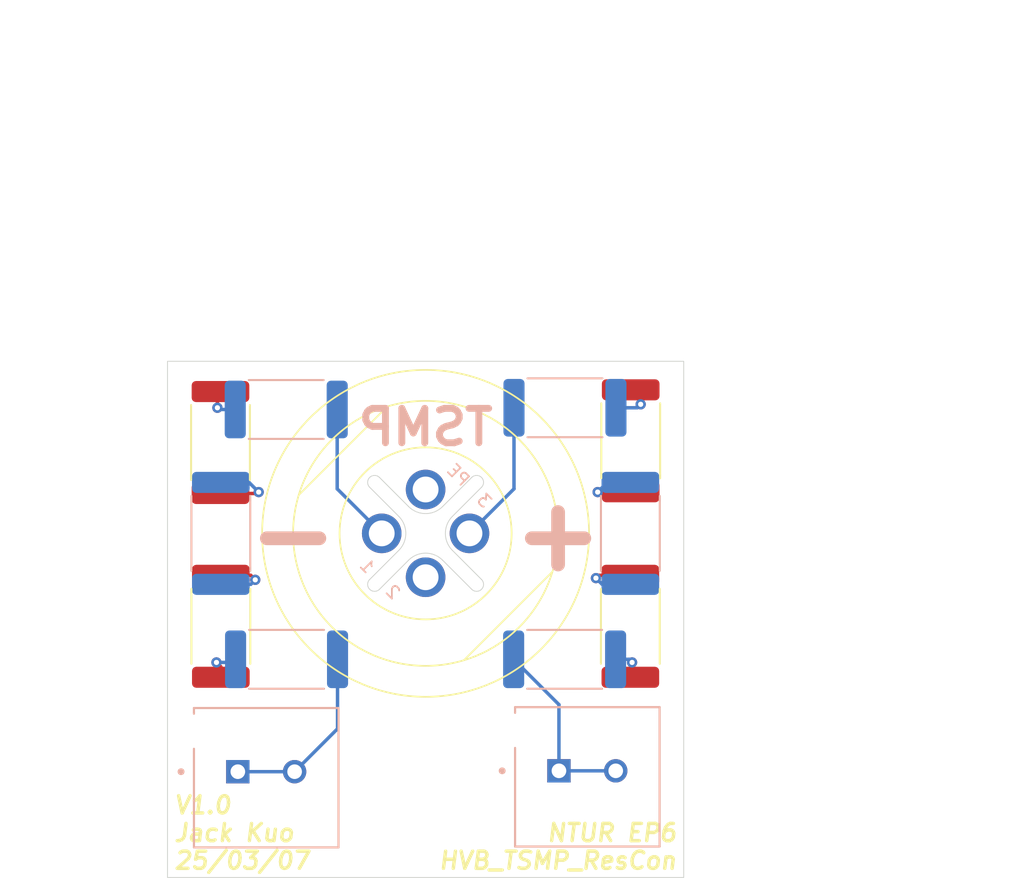
<source format=kicad_pcb>
(kicad_pcb (version 20240108) (generator "pcbnew") (generator_version "8.0")
  (title_block (title "HVB_TSMP_ResCon") (date "2025-03-11") (rev "1.0") (company "NTURacing") (comment 1 "Jack Kuo"))
  (layers (0 "F.Cu" signal) (31 "B.Cu" signal) (34 "B.Paste" user) (35 "F.Paste" user) (36 "B.SilkS" user "B.Silkscreen") (37 "F.SilkS" user "F.Silkscreen") (38 "B.Mask" user) (39 "F.Mask" user) (44 "Edge.Cuts" user))
  (net 0 "")
  (net 1 "Net-(J1-Pin_1)")
  (net 2 "/TSMP+")
  (net 3 "Net-(J3-Pin_1)")
  (net 4 "/TSMP-")
  (net 5 "Net-(R1-Pad2)")
  (net 6 "Net-(R2-Pad2)")
  (net 7 "Net-(R3-Pad2)")
  (net 8 "Net-(R4-Pad2)")
  (net 9 "Net-(R6-Pad2)")
  (net 10 "Net-(R7-Pad2)")
  (net 11 "Net-(R8-Pad2)")
  (net 12 "Net-(R10-Pad1)")
  (footprint "Resistor_SMD:R_2512_6332Metric" (layer "F.Cu") (at 161.08 48.72 90)
    (property "Reference" "R4" (hide yes))
    (property "Value" "CR2512-JW-302ELF")
    (fp_line (start -2.177064 -1.71) (end 2.177064 -1.71) (stroke (width 0.12)) (layer "F.SilkS"))
    (fp_line (start -2.177064 1.71) (end 2.177064 1.71) (stroke (width 0.12)) (layer "F.SilkS"))
    (pad "1" smd roundrect (at -2.9625 0 90) (size 1.225 3.35) (layers "F.Cu" "F.Paste" "F.Mask") (roundrect_rratio 0.204082) (net 7 "Net-(R3-Pad2)"))
    (pad "2" smd roundrect (at 2.9625 0 90) (size 1.225 3.35) (layers "F.Cu" "F.Paste" "F.Mask") (roundrect_rratio 0.204082) (net 8 "Net-(R4-Pad2)"))
  )
  (footprint "Resistor_SMD:R_2512_6332Metric" (layer "F.Cu") (at 184.9 59.4 90)
    (property "Reference" "R7" (hide yes))
    (property "Value" "CR2512-JW-302ELF")
    (fp_line (start -2.177064 -1.71) (end 2.177064 -1.71) (stroke (width 0.12)) (layer "F.SilkS"))
    (fp_line (start -2.177064 1.71) (end 2.177064 1.71) (stroke (width 0.12)) (layer "F.SilkS"))
    (pad "1" smd roundrect (at -2.9625 0 90) (size 1.225 3.35) (layers "F.Cu" "F.Paste" "F.Mask") (roundrect_rratio 0.204082) (net 9 "Net-(R6-Pad2)"))
    (pad "2" smd roundrect (at 2.9625 0 90) (size 1.225 3.35) (layers "F.Cu" "F.Paste" "F.Mask") (roundrect_rratio 0.204082) (net 10 "Net-(R7-Pad2)"))
  )
  (footprint "Resistor_SMD:R_2512_6332Metric" (layer "F.Cu") (at 184.92 48.62 90)
    (property "Reference" "R9" (hide yes))
    (property "Value" "CR2512-JW-302ELF")
    (fp_line (start -2.177064 -1.71) (end 2.177064 -1.71) (stroke (width 0.12)) (layer "F.SilkS"))
    (fp_line (start -2.177064 1.71) (end 2.177064 1.71) (stroke (width 0.12)) (layer "F.SilkS"))
    (pad "1" smd roundrect (at -2.9625 0 90) (size 1.225 3.35) (layers "F.Cu" "F.Paste" "F.Mask") (roundrect_rratio 0.204082) (net 11 "Net-(R8-Pad2)"))
    (pad "2" smd roundrect (at 2.9625 0 90) (size 1.225 3.35) (layers "F.Cu" "F.Paste" "F.Mask") (roundrect_rratio 0.204082) (net 12 "Net-(R10-Pad1)"))
  )
  (footprint "Resistor_SMD:R_2512_6332Metric" (layer "F.Cu") (at 161.1 59.4 90)
    (property "Reference" "R2" (hide yes))
    (property "Value" "CR2512-JW-302ELF")
    (fp_line (start -2.177064 -1.71) (end 2.177064 -1.71) (stroke (width 0.12)) (layer "F.SilkS"))
    (fp_line (start -2.177064 1.71) (end 2.177064 1.71) (stroke (width 0.12)) (layer "F.SilkS"))
    (pad "1" smd roundrect (at -2.9625 0 90) (size 1.225 3.35) (layers "F.Cu" "F.Paste" "F.Mask") (roundrect_rratio 0.204082) (net 5 "Net-(R1-Pad2)"))
    (pad "2" smd roundrect (at 2.9625 0 90) (size 1.225 3.35) (layers "F.Cu" "F.Paste" "F.Mask") (roundrect_rratio 0.204082) (net 6 "Net-(R2-Pad2)"))
  )
  (footprint "nturt_kicad_lib_EP6:NianYeong-M12-S-M4P" (layer "F.Cu") (at 173 54 -90)
    (property "Reference" "J2" (hide yes))
    (property "Value" "TSMP")
    (fp_line (start -4.8 4.8) (end -2.25 7.35) (stroke (width 0.1)) (layer "F.SilkS"))
    (fp_line (start -7.35 2.25) (end -4.8 4.8) (stroke (width 0.1)) (layer "F.SilkS"))
    (fp_line (start 4.8 -4.8) (end 7.35 -2.25) (stroke (width 0.1)) (layer "F.SilkS"))
    (fp_line (start 2.25 -7.35) (end 4.8 -4.8) (stroke (width 0.1)) (layer "F.SilkS"))
    (fp_circle (center 0 0) (end 5 0) (stroke (width 0.1)) (fill none) (layer "F.SilkS"))
    (fp_circle (center 0 0) (end 9.5 0) (stroke (width 0.1)) (fill none) (layer "F.SilkS"))
    (fp_circle (center 0 0) (end 0 -7.7) (stroke (width 0.1)) (fill none) (layer "F.SilkS"))
    (fp_line (start -0.989949 1.560051) (end -2.679898 3.25) (stroke (width 0.05)) (layer "Edge.Cuts"))
    (fp_line (start 0.989949 1.560051) (end 2.679898 3.25) (stroke (width 0.05)) (layer "Edge.Cuts"))
    (fp_line (start -1.560051 0.989949) (end -3.25 2.679898) (stroke (width 0.05)) (layer "Edge.Cuts"))
    (fp_line (start 1.560051 0.989949) (end 3.25 2.679898) (stroke (width 0.05)) (layer "Edge.Cuts"))
    (fp_line (start -1.560051 -0.989949) (end -3.25 -2.679898) (stroke (width 0.05)) (layer "Edge.Cuts"))
    (fp_line (start 1.560051 -0.989949) (end 3.25 -2.679898) (stroke (width 0.05)) (layer "Edge.Cuts"))
    (fp_line (start -0.989949 -1.560051) (end -2.679898 -3.25) (stroke (width 0.05)) (layer "Edge.Cuts"))
    (fp_line (start 0.989949 -1.560051) (end 2.679898 -3.25) (stroke (width 0.05)) (layer "Edge.Cuts"))
    (fp_arc (start -2.679899 3.249999) (mid -3.249999 3.249999) (end -3.249999 2.679899) (stroke (width 0.05)) (layer "Edge.Cuts"))
    (fp_arc (start 3.249999 2.679899) (mid 3.249999 3.249999) (end 2.679899 3.249999) (stroke (width 0.05)) (layer "Edge.Cuts"))
    (fp_arc (start -0.989949 1.560051) (mid 0 1.150001) (end 0.989949 1.560051) (stroke (width 0.05)) (layer "Edge.Cuts"))
    (fp_arc (start 1.560051 0.989949) (mid 1.150001 0) (end 1.560051 -0.989949) (stroke (width 0.05)) (layer "Edge.Cuts"))
    (fp_arc (start -1.560051 -0.989949) (mid -1.150001 0) (end -1.560051 0.989949) (stroke (width 0.05)) (layer "Edge.Cuts"))
    (fp_arc (start 0.989949 -1.560051) (mid 0 -1.150001) (end -0.989949 -1.560051) (stroke (width 0.05)) (layer "Edge.Cuts"))
    (fp_arc (start -3.249999 -2.679899) (mid -3.249999 -3.249999) (end -2.679899 -3.249999) (stroke (width 0.05)) (layer "Edge.Cuts"))
    (fp_arc (start 2.679899 -3.249999) (mid 3.249999 -3.249999) (end 3.249999 -2.679899) (stroke (width 0.05)) (layer "Edge.Cuts"))
    (fp_text user "2" (at 3.4 1.9 -45) (layer "B.SilkS") (effects (font (size 0.7 0.7) (thickness 0.1) (bold yes)) (justify mirror)))
    (fp_text user "3" (at -1.9 -3.4 -45) (layer "B.SilkS") (effects (font (size 0.7 0.7) (thickness 0.1) (bold yes)) (justify mirror)))
    (fp_text user "1" (at 1.9 3.4 -45) (layer "B.SilkS") (effects (font (size 0.7 0.7) (thickness 0.1) (bold yes)) (justify mirror)))
    (fp_text user "PE" (at -3.4 -1.9 -45) (layer "B.SilkS") (effects (font (size 0.7 0.7) (thickness 0.1) (bold yes)) (justify mirror)))
    (pad "1" thru_hole circle (at 0 2.55 270) (size 2.3 2.3) (drill 1.5) (layers "*.Cu" "*.Mask") (net 4 "/TSMP-"))
    (pad "2" thru_hole circle (at 2.55 0 270) (size 2.3 2.3) (drill 1.5) (layers "*.Cu" "*.Mask"))
    (pad "3" thru_hole circle (at 0 -2.55 270) (size 2.3 2.3) (drill 1.5) (layers "*.Cu" "*.Mask") (net 2 "/TSMP+"))
    (pad "4" thru_hole circle (at -2.55 0 270) (size 2.3 2.3) (drill 1.5) (layers "*.Cu" "*.Mask"))
  )
  (footprint "MountingHole:MountingHole_3.2mm_M3" (layer "F.Cu") (at 173 69)
    (property "Reference" "H1" (hide yes))
    (property "Value" "MountingHole")
    (pad "" np_thru_hole circle (at 0 0) (size 3.2 3.2) (drill 3.2) (layers "*.Cu" "*.Mask"))
  )
  (footprint "nturt_kicad_lib_EP6:HRS_DF33C-2P-3.3DSA" (layer "B.Cu") (at 182.4 67.8 180)
    (property "Reference" "J3" (hide yes))
    (property "Value" "HV+")
    (fp_line (start 4.2 3.7) (end -4.2 3.7) (stroke (width 0.127)) (layer "B.SilkS"))
    (fp_line (start 4.2 3.37) (end 4.2 3.7) (stroke (width 0.127)) (layer "B.SilkS"))
    (fp_line (start 4.2 1.33) (end 4.2 -4.4) (stroke (width 0.127)) (layer "B.SilkS"))
    (fp_line (start -4.2 3.7) (end -4.2 -4.4) (stroke (width 0.127)) (layer "B.SilkS"))
    (fp_line (start -4.2 -4.4) (end 4.2 -4.4) (stroke (width 0.127)) (layer "B.SilkS"))
    (fp_circle (center 4.95 0) (end 5.05 0) (stroke (width 0.2)) (fill none) (layer "B.SilkS"))
    (pad "" np_thru_hole circle (at 3.2 2.35 180) (size 1.4 1.4) (drill 1.4) (layers "*.Cu" "*.Mask"))
    (pad "1" thru_hole rect (at 1.65 0 180) (size 1.358 1.358) (drill 0.85) (layers "*.Cu" "*.Mask") (net 3 "Net-(J3-Pin_1)"))
    (pad "2" thru_hole circle (at -1.65 0 180) (size 1.358 1.358) (drill 0.85) (layers "*.Cu" "*.Mask") (net 3 "Net-(J3-Pin_1)"))
  )
  (footprint "Resistor_SMD:R_2512_6332Metric" (layer "B.Cu") (at 164.9 46.8)
    (property "Reference" "R5" (hide yes))
    (property "Value" "CR2512-JW-302ELF")
    (fp_line (start 2.177064 -1.71) (end -2.177064 -1.71) (stroke (width 0.12)) (layer "B.SilkS"))
    (fp_line (start 2.177064 1.71) (end -2.177064 1.71) (stroke (width 0.12)) (layer "B.SilkS"))
    (pad "1" smd roundrect (at -2.9625 0) (size 1.225 3.35) (layers "B.Cu" "B.Paste" "B.Mask") (roundrect_rratio 0.204082) (net 8 "Net-(R4-Pad2)"))
    (pad "2" smd roundrect (at 2.9625 0) (size 1.225 3.35) (layers "B.Cu" "B.Paste" "B.Mask") (roundrect_rratio 0.204082) (net 4 "/TSMP-"))
  )
  (footprint "Resistor_SMD:R_2512_6332Metric" (layer "B.Cu") (at 161.1 54 90)
    (property "Reference" "R3" (hide yes))
    (property "Value" "CR2512-JW-302ELF")
    (fp_line (start 2.177064 -1.71) (end -2.177064 -1.71) (stroke (width 0.12)) (layer "B.SilkS"))
    (fp_line (start 2.177064 1.71) (end -2.177064 1.71) (stroke (width 0.12)) (layer "B.SilkS"))
    (pad "1" smd roundrect (at -2.9625 0 90) (size 1.225 3.35) (layers "B.Cu" "B.Paste" "B.Mask") (roundrect_rratio 0.204082) (net 6 "Net-(R2-Pad2)"))
    (pad "2" smd roundrect (at 2.9625 0 90) (size 1.225 3.35) (layers "B.Cu" "B.Paste" "B.Mask") (roundrect_rratio 0.204082) (net 7 "Net-(R3-Pad2)"))
  )
  (footprint "Resistor_SMD:R_2512_6332Metric" (layer "B.Cu") (at 181.08 61.32)
    (property "Reference" "R6" (hide yes))
    (property "Value" "CR2512-JW-302ELF")
    (fp_line (start 2.177064 -1.71) (end -2.177064 -1.71) (stroke (width 0.12)) (layer "B.SilkS"))
    (fp_line (start 2.177064 1.71) (end -2.177064 1.71) (stroke (width 0.12)) (layer "B.SilkS"))
    (pad "1" smd roundrect (at -2.9625 0) (size 1.225 3.35) (layers "B.Cu" "B.Paste" "B.Mask") (roundrect_rratio 0.204082) (net 3 "Net-(J3-Pin_1)"))
    (pad "2" smd roundrect (at 2.9625 0) (size 1.225 3.35) (layers "B.Cu" "B.Paste" "B.Mask") (roundrect_rratio 0.204082) (net 9 "Net-(R6-Pad2)"))
  )
  (footprint "Resistor_SMD:R_2512_6332Metric" (layer "B.Cu") (at 164.92 61.32 180)
    (property "Reference" "R1" (hide yes))
    (property "Value" "CR2512-JW-302ELF")
    (fp_line (start 2.177064 1.71) (end -2.177064 1.71) (stroke (width 0.12)) (layer "B.SilkS"))
    (fp_line (start 2.177064 -1.71) (end -2.177064 -1.71) (stroke (width 0.12)) (layer "B.SilkS"))
    (pad "1" smd roundrect (at -2.9625 0 180) (size 1.225 3.35) (layers "B.Cu" "B.Paste" "B.Mask") (roundrect_rratio 0.204082) (net 1 "Net-(J1-Pin_1)"))
    (pad "2" smd roundrect (at 2.9625 0 180) (size 1.225 3.35) (layers "B.Cu" "B.Paste" "B.Mask") (roundrect_rratio 0.204082) (net 5 "Net-(R1-Pad2)"))
  )
  (footprint "Resistor_SMD:R_2512_6332Metric" (layer "B.Cu") (at 181.1 46.7 180)
    (property "Reference" "R10" (hide yes))
    (property "Value" "CR2512-JW-302ELF")
    (fp_line (start 2.177064 1.71) (end -2.177064 1.71) (stroke (width 0.12)) (layer "B.SilkS"))
    (fp_line (start 2.177064 -1.71) (end -2.177064 -1.71) (stroke (width 0.12)) (layer "B.SilkS"))
    (pad "1" smd roundrect (at -2.9625 0 180) (size 1.225 3.35) (layers "B.Cu" "B.Paste" "B.Mask") (roundrect_rratio 0.204082) (net 12 "Net-(R10-Pad1)"))
    (pad "2" smd roundrect (at 2.9625 0 180) (size 1.225 3.35) (layers "B.Cu" "B.Paste" "B.Mask") (roundrect_rratio 0.204082) (net 2 "/TSMP+"))
  )
  (footprint "Resistor_SMD:R_2512_6332Metric" (layer "B.Cu") (at 184.9 54 90)
    (property "Reference" "R8" (hide yes))
    (property "Value" "CR2512-JW-302ELF")
    (fp_line (start 2.177064 -1.71) (end -2.177064 -1.71) (stroke (width 0.12)) (layer "B.SilkS"))
    (fp_line (start 2.177064 1.71) (end -2.177064 1.71) (stroke (width 0.12)) (layer "B.SilkS"))
    (pad "1" smd roundrect (at -2.9625 0 90) (size 1.225 3.35) (layers "B.Cu" "B.Paste" "B.Mask") (roundrect_rratio 0.204082) (net 10 "Net-(R7-Pad2)"))
    (pad "2" smd roundrect (at 2.9625 0 90) (size 1.225 3.35) (layers "B.Cu" "B.Paste" "B.Mask") (roundrect_rratio 0.204082) (net 11 "Net-(R8-Pad2)"))
  )
  (footprint "nturt_kicad_lib_EP6:HRS_DF33C-2P-3.3DSA" (layer "B.Cu") (at 163.7375 67.85 180)
    (property "Reference" "J1" (hide yes))
    (property "Value" "HV-")
    (fp_line (start 4.2 3.7) (end -4.2 3.7) (stroke (width 0.127)) (layer "B.SilkS"))
    (fp_line (start 4.2 3.37) (end 4.2 3.7) (stroke (width 0.127)) (layer "B.SilkS"))
    (fp_line (start 4.2 1.33) (end 4.2 -4.4) (stroke (width 0.127)) (layer "B.SilkS"))
    (fp_line (start -4.2 3.7) (end -4.2 -4.4) (stroke (width 0.127)) (layer "B.SilkS"))
    (fp_line (start -4.2 -4.4) (end 4.2 -4.4) (stroke (width 0.127)) (layer "B.SilkS"))
    (fp_circle (center 4.95 0) (end 5.05 0) (stroke (width 0.2)) (fill none) (layer "B.SilkS"))
    (pad "" np_thru_hole circle (at 3.2 2.35 180) (size 1.4 1.4) (drill 1.4) (layers "*.Cu" "*.Mask"))
    (pad "1" thru_hole rect (at 1.65 0 180) (size 1.358 1.358) (drill 0.85) (layers "*.Cu" "*.Mask") (net 1 "Net-(J1-Pin_1)"))
    (pad "2" thru_hole circle (at -1.65 0 180) (size 1.358 1.358) (drill 0.85) (layers "*.Cu" "*.Mask") (net 1 "Net-(J1-Pin_1)"))
  )
  (gr_rect (start 158 44) (end 188 74) (stroke (width 0.05)) (fill none) (layer "Edge.Cuts"))
  (gr_text "-" (at 165.3 54 0) (layer "B.SilkS") (effects (font (size 4 4) (thickness 0.8) (bold yes)) (justify mirror)))
  (gr_text "+" (at 180.7 54 0) (layer "B.SilkS") (effects (font (size 4 4) (thickness 0.8) (bold yes)) (justify mirror)))
  (gr_text "TSMP" (at 173 49 0) (layer "B.SilkS") (effects (font (size 2 2) (thickness 0.4) (bold yes)) (justify bottom mirror)))
  (gr_text "NTUR EP6\nHVB_TSMP_ResCon" (at 187.7 73.6 0) (layer "F.SilkS") (effects (font (size 1 1) (thickness 0.2) (bold yes) (italic yes)) (justify right bottom)))
  (gr_text "V1.0\nJack Kuo\n25/03/07" (at 158.3 73.6 0) (layer "F.SilkS") (effects (font (size 1 1) (thickness 0.2) (bold yes) (italic yes)) (justify left bottom)))
  (segment (start 167.8825 61.32) (end 167.8825 65.355) (width 0.2) (layer "B.Cu") (net 1))
  (segment (start 167.8825 65.355) (end 165.3875 67.85) (width 0.2) (layer "B.Cu") (net 1))
  (segment (start 165.3875 67.85) (end 162.0875 67.85) (width 0.2) (layer "B.Cu") (net 1))
  (segment (start 178.1375 51.4125) (end 178.1375 46.7) (width 0.2) (layer "B.Cu") (net 2))
  (segment (start 175.55 54) (end 178.1375 51.4125) (width 0.2) (layer "B.Cu") (net 2))
  (segment (start 178.1175 61.32) (end 180.75 63.9525) (width 0.2) (layer "B.Cu") (net 3))
  (segment (start 180.75 67.8) (end 184.05 67.8) (width 0.2) (layer "B.Cu") (net 3))
  (segment (start 180.75 63.9525) (end 180.75 67.8) (width 0.2) (layer "B.Cu") (net 3))
  (segment (start 167.8625 46.8) (end 167.8625 51.4125) (width 0.2) (layer "B.Cu") (net 4))
  (segment (start 167.8625 51.4125) (end 170.45 54) (width 0.2) (layer "B.Cu") (net 4))
  (segment (start 161.1 61.755) (end 160.845 61.5) (width 0.2) (layer "F.Cu") (net 5))
  (segment (start 161.1 62.3625) (end 161.1 61.755) (width 0.2) (layer "F.Cu") (net 5))
  (via (at 160.845 61.5) (size 0.6) (drill 0.3) (layers "F.Cu" "B.Cu") (net 5))
  (segment (start 161.7775 61.5) (end 161.9575 61.32) (width 0.2) (layer "B.Cu") (net 5))
  (segment (start 160.845 61.5) (end 161.7775 61.5) (width 0.2) (layer "B.Cu") (net 5))
  (segment (start 161.1 56.4375) (end 162.8375 56.4375) (width 0.2) (layer "F.Cu") (net 6))
  (segment (start 162.8375 56.4375) (end 163.1 56.7) (width 0.2) (layer "F.Cu") (net 6))
  (via (at 163.1 56.7) (size 0.6) (drill 0.3) (layers "F.Cu" "B.Cu") (net 6))
  (segment (start 163.1 56.7) (end 162.8375 56.9625) (width 0.2) (layer "B.Cu") (net 6))
  (segment (start 162.8375 56.9625) (end 161.1 56.9625) (width 0.2) (layer "B.Cu") (net 6))
  (segment (start 163.3 51.6) (end 163.2175 51.6825) (width 0.2) (layer "F.Cu") (net 7))
  (segment (start 163.2175 51.6825) (end 161.08 51.6825) (width 0.2) (layer "F.Cu") (net 7))
  (via (at 163.3 51.6) (size 0.6) (drill 0.3) (layers "F.Cu" "B.Cu") (net 7))
  (segment (start 162.7375 51.0375) (end 163.3 51.6) (width 0.2) (layer "B.Cu") (net 7))
  (segment (start 161.1 51.0375) (end 162.7375 51.0375) (width 0.2) (layer "B.Cu") (net 7))
  (segment (start 160.9 46.7) (end 160.9 45.9375) (width 0.2) (layer "F.Cu") (net 8))
  (segment (start 160.9 45.9375) (end 161.08 45.7575) (width 0.2) (layer "F.Cu") (net 8))
  (via (at 160.9 46.7) (size 0.6) (drill 0.3) (layers "F.Cu" "B.Cu") (net 8))
  (segment (start 161.9375 46.8) (end 161 46.8) (width 0.2) (layer "B.Cu") (net 8))
  (segment (start 161 46.8) (end 160.9 46.7) (width 0.2) (layer "B.Cu") (net 8))
  (segment (start 185 61.5) (end 185 62.2625) (width 0.2) (layer "F.Cu") (net 9))
  (segment (start 185 62.2625) (end 184.9 62.3625) (width 0.2) (layer "F.Cu") (net 9))
  (via (at 185 61.5) (size 0.6) (drill 0.3) (layers "F.Cu" "B.Cu") (net 9))
  (segment (start 184.0425 61.32) (end 184.82 61.32) (width 0.2) (layer "B.Cu") (net 9))
  (segment (start 184.82 61.32) (end 185 61.5) (width 0.2) (layer "B.Cu") (net 9))
  (segment (start 182.9 56.6) (end 183.0625 56.4375) (width 0.2) (layer "F.Cu") (net 10))
  (segment (start 183.0625 56.4375) (end 184.9 56.4375) (width 0.2) (layer "F.Cu") (net 10))
  (via (at 182.9 56.6) (size 0.6) (drill 0.3) (layers "F.Cu" "B.Cu") (net 10))
  (segment (start 184.9 56.9625) (end 183.2625 56.9625) (width 0.2) (layer "B.Cu") (net 10))
  (segment (start 183.2625 56.9625) (end 182.9 56.6) (width 0.2) (layer "B.Cu") (net 10))
  (segment (start 184.9025 51.6) (end 184.92 51.5825) (width 0.2) (layer "F.Cu") (net 11))
  (segment (start 183 51.6) (end 184.9025 51.6) (width 0.2) (layer "F.Cu") (net 11))
  (via (at 183 51.6) (size 0.6) (drill 0.3) (layers "F.Cu" "B.Cu") (net 11))
  (segment (start 184.9 51.0375) (end 183.5625 51.0375) (width 0.2) (layer "B.Cu") (net 11))
  (segment (start 183.5625 51.0375) (end 183 51.6) (width 0.2) (layer "B.Cu") (net 11))
  (segment (start 185.5 46.5) (end 185.5 46.2375) (width 0.2) (layer "F.Cu") (net 12))
  (segment (start 185.5 46.2375) (end 184.92 45.6575) (width 0.2) (layer "F.Cu") (net 12))
  (via (at 185.5 46.5) (size 0.6) (drill 0.3) (layers "F.Cu" "B.Cu") (net 12))
  (segment (start 184.0625 46.7) (end 185.3 46.7) (width 0.2) (layer "B.Cu") (net 12))
  (segment (start 185.3 46.7) (end 185.5 46.5) (width 0.2) (layer "B.Cu") (net 12))
)
</source>
